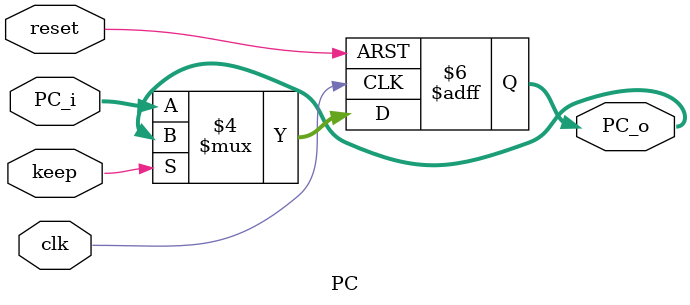
<source format=v>

module PC(reset, clk, PC_i, keep, PC_o);
    //Input Clock Signals
    input reset;             
    input clk;                     
    input [31:0] PC_i;
    input keep;
    output reg [31:0] PC_o; 


    always@(posedge reset or posedge clk)
    begin
        if(reset) begin
            PC_o <= 0;
        end else if(!keep)begin
            PC_o <= PC_i;
        end
        else PC_o <= PC_o;
    end
endmodule
</source>
